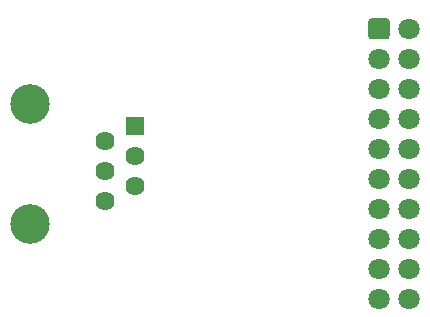
<source format=gbr>
G04 #@! TF.GenerationSoftware,KiCad,Pcbnew,5.1.6*
G04 #@! TF.CreationDate,2020-10-03T13:29:01+02:00*
G04 #@! TF.ProjectId,TagConnect2ARM,54616743-6f6e-46e6-9563-743241524d2e,rev?*
G04 #@! TF.SameCoordinates,Original*
G04 #@! TF.FileFunction,Soldermask,Bot*
G04 #@! TF.FilePolarity,Negative*
%FSLAX46Y46*%
G04 Gerber Fmt 4.6, Leading zero omitted, Abs format (unit mm)*
G04 Created by KiCad (PCBNEW 5.1.6) date 2020-10-03 13:29:01*
%MOMM*%
%LPD*%
G01*
G04 APERTURE LIST*
%ADD10R,1.620000X1.620000*%
%ADD11C,3.350000*%
%ADD12C,1.620000*%
%ADD13C,1.800000*%
G04 APERTURE END LIST*
D10*
G04 #@! TO.C,J101*
X130000000Y-104000000D03*
D11*
X121110000Y-102090000D03*
D12*
X127460000Y-105270000D03*
X130000000Y-106540000D03*
X127460000Y-107810000D03*
X130000000Y-109080000D03*
X127460000Y-110350000D03*
D11*
X121110000Y-112250000D03*
G04 #@! TD*
D13*
G04 #@! TO.C,J102*
X153190000Y-118610000D03*
X153190000Y-116070000D03*
X153190000Y-113530000D03*
X153190000Y-110990000D03*
X153190000Y-108450000D03*
X153190000Y-105910000D03*
X153190000Y-103370000D03*
X153190000Y-100830000D03*
X153190000Y-98290000D03*
X153190000Y-95750000D03*
X150650000Y-118610000D03*
X150650000Y-116070000D03*
X150650000Y-113530000D03*
X150650000Y-110990000D03*
X150650000Y-108450000D03*
X150650000Y-105910000D03*
X150650000Y-103370000D03*
X150650000Y-100830000D03*
X150650000Y-98290000D03*
G36*
G01*
X149750000Y-96385294D02*
X149750000Y-95114706D01*
G75*
G02*
X150014706Y-94850000I264706J0D01*
G01*
X151285294Y-94850000D01*
G75*
G02*
X151550000Y-95114706I0J-264706D01*
G01*
X151550000Y-96385294D01*
G75*
G02*
X151285294Y-96650000I-264706J0D01*
G01*
X150014706Y-96650000D01*
G75*
G02*
X149750000Y-96385294I0J264706D01*
G01*
G37*
G04 #@! TD*
M02*

</source>
